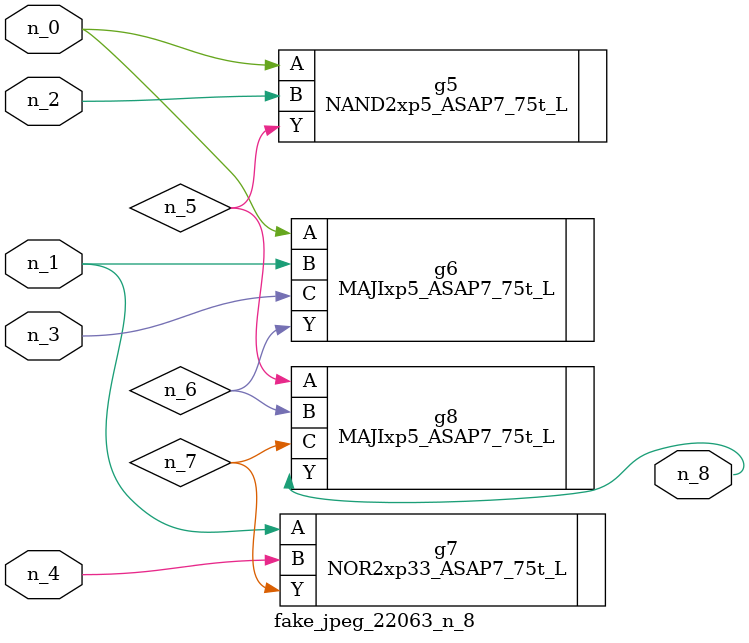
<source format=v>
module fake_jpeg_22063_n_8 (n_3, n_2, n_1, n_0, n_4, n_8);

input n_3;
input n_2;
input n_1;
input n_0;
input n_4;

output n_8;

wire n_6;
wire n_5;
wire n_7;

NAND2xp5_ASAP7_75t_L g5 ( 
.A(n_0),
.B(n_2),
.Y(n_5)
);

MAJIxp5_ASAP7_75t_L g6 ( 
.A(n_0),
.B(n_1),
.C(n_3),
.Y(n_6)
);

NOR2xp33_ASAP7_75t_L g7 ( 
.A(n_1),
.B(n_4),
.Y(n_7)
);

MAJIxp5_ASAP7_75t_L g8 ( 
.A(n_5),
.B(n_6),
.C(n_7),
.Y(n_8)
);


endmodule
</source>
